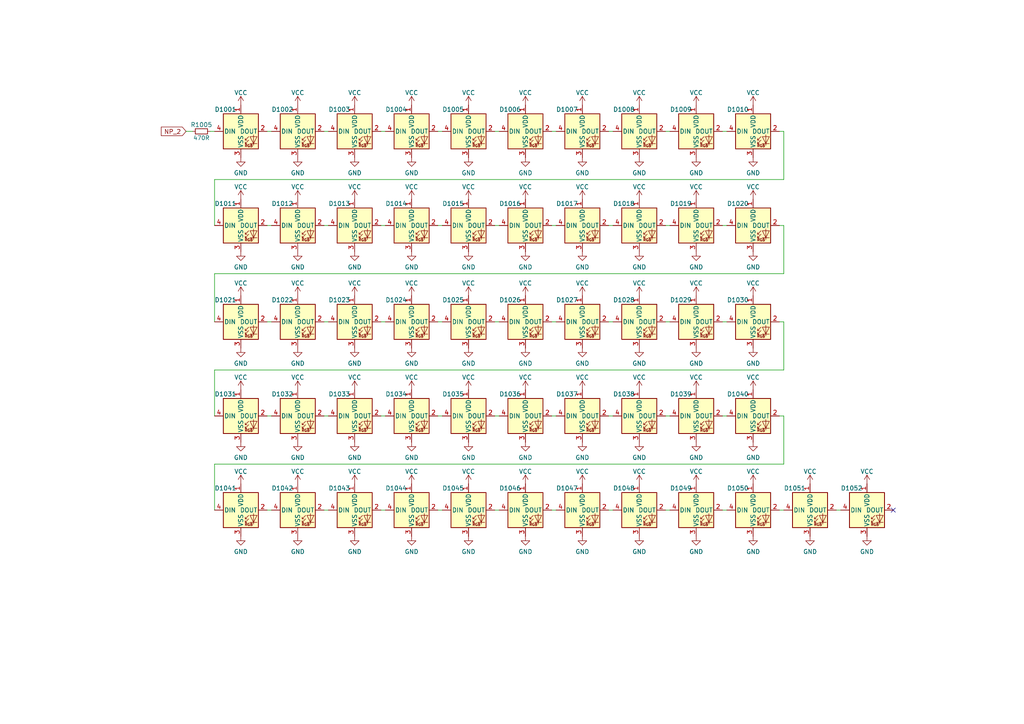
<source format=kicad_sch>
(kicad_sch (version 20211123) (generator eeschema)
  (paper "A4")
  (lib_symbols
    (symbol "Device:R_Small" (pin_numbers hide) (pin_names (offset 0.254) hide)
      (property "Reference" "R" (at 0.762 0.508 0))
      (property "Value" "R_Small" (at 0.762 -1.016 0))
      (symbol "R_Small_0_1"
        (rectangle (start -0.762 1.778) (end 0.762 -1.778) (stroke (width 0.2032)))
      )
      (symbol "R_Small_1_1"
        (pin passive line (at 0 2.54 270) (length 0.762) (name "~") (number "1"))
        (pin passive line (at 0 -2.54 90) (length 0.762) (name "~") (number "2"))
      )
    )
    (symbol "LED:WS2812B" (pin_names (offset 0.254))
      (property "Reference" "D" (at 5.08 5.715 0))
      (property "Value" "WS2812B" (at 1.27 -5.715 0))
      (symbol "WS2812B_0_0"
        (text "RGB" (at 2.286 -4.191 0) (effects (font (size 0.762 0.762))))
      )
      (symbol "WS2812B_0_1"
        (polyline (pts (xy 1.27 -3.556) (xy 1.778 -3.556)))
        (polyline (pts (xy 1.27 -2.54) (xy 1.778 -2.54)))
        (polyline (pts (xy 4.699 -3.556) (xy 2.667 -3.556)))
        (polyline (pts (xy 2.286 -2.54) (xy 1.27 -3.556) (xy 1.27 -3.048)))
        (polyline (pts (xy 2.286 -1.524) (xy 1.27 -2.54) (xy 1.27 -2.032)))
        (polyline (pts (xy 3.683 -1.016) (xy 3.683 -3.556) (xy 3.683 -4.064)))
        (polyline (pts (xy 4.699 -1.524) (xy 2.667 -1.524) (xy 3.683 -3.556) (xy 4.699 -1.524)))
        (rectangle (start 5.08 5.08) (end -5.08 -5.08) (stroke (width 0.254)) (fill (type background)))
      )
      (symbol "WS2812B_1_1"
        (pin power_in line (at 0 7.62 270) (length 2.54) (name "VDD") (number "1"))
        (pin output line (at 7.62 0 180) (length 2.54) (name "DOUT") (number "2"))
        (pin power_in line (at 0 -7.62 90) (length 2.54) (name "VSS") (number "3"))
        (pin input line (at -7.62 0 0) (length 2.54) (name "DIN") (number "4"))
      )
    )
    (symbol "power:GND" (power) (pin_names (offset 0))
      (property "Value" "GND" (at 0 -3.81 0))
      (symbol "GND_0_1"
        (polyline (pts (xy 0 0) (xy 0 -1.27) (xy 1.27 -1.27) (xy 0 -2.54) (xy -1.27 -1.27) (xy 0 -1.27)))
      )
      (symbol "GND_1_1"
        (pin power_in line (at 0 0 270) (length 0) hide (name "GND") (number "1"))
      )
    )
    (symbol "power:VCC" (power) (pin_names (offset 0))
      (property "Value" "VCC" (at 0 3.81 0))
      (symbol "VCC_0_1"
        (polyline (pts (xy -0.762 1.27) (xy 0 2.54)))
        (polyline (pts (xy 0 0) (xy 0 2.54)))
        (polyline (pts (xy 0 2.54) (xy 0.762 1.27)))
      )
      (symbol "VCC_1_1"
        (pin power_in line (at 0 0 90) (length 0) hide (name "VCC") (number "1"))
      )
    )
  )
  (no_connect (at 259.08 147.955))
  (wire (pts (xy 160.02 147.955) (xy 161.29 147.955)))
  (wire (pts (xy 62.23 52.07) (xy 227.33 52.07)))
  (wire (pts (xy 127 93.345) (xy 128.27 93.345)))
  (wire (pts (xy 176.53 65.405) (xy 177.8 65.405)))
  (wire (pts (xy 176.53 147.955) (xy 177.8 147.955)))
  (wire (pts (xy 160.02 93.345) (xy 161.29 93.345)))
  (wire (pts (xy 77.47 38.1) (xy 78.74 38.1)))
  (wire (pts (xy 62.23 65.405) (xy 62.23 52.07)))
  (wire (pts (xy 110.49 38.1) (xy 111.76 38.1)))
  (wire (pts (xy 110.49 120.65) (xy 111.76 120.65)))
  (wire (pts (xy 193.04 120.65) (xy 194.31 120.65)))
  (wire (pts (xy 209.55 65.405) (xy 210.82 65.405)))
  (wire (pts (xy 127 120.65) (xy 128.27 120.65)))
  (wire (pts (xy 227.33 93.345) (xy 227.33 107.315)))
  (wire (pts (xy 77.47 147.955) (xy 78.74 147.955)))
  (wire (pts (xy 176.53 38.1) (xy 177.8 38.1)))
  (wire (pts (xy 110.49 93.345) (xy 111.76 93.345)))
  (wire (pts (xy 227.33 120.65) (xy 227.33 134.62)))
  (wire (pts (xy 193.04 93.345) (xy 194.31 93.345)))
  (wire (pts (xy 62.23 134.62) (xy 227.33 134.62)))
  (wire (pts (xy 93.98 120.65) (xy 95.25 120.65)))
  (wire (pts (xy 62.23 107.315) (xy 227.33 107.315)))
  (wire (pts (xy 62.23 79.375) (xy 227.33 79.375)))
  (wire (pts (xy 160.02 38.1) (xy 161.29 38.1)))
  (wire (pts (xy 209.55 38.1) (xy 210.82 38.1)))
  (wire (pts (xy 93.98 93.345) (xy 95.25 93.345)))
  (wire (pts (xy 143.51 93.345) (xy 144.78 93.345)))
  (wire (pts (xy 62.23 79.375) (xy 62.23 93.345)))
  (wire (pts (xy 176.53 93.345) (xy 177.8 93.345)))
  (wire (pts (xy 93.98 65.405) (xy 95.25 65.405)))
  (wire (pts (xy 226.06 38.1) (xy 227.33 38.1)))
  (wire (pts (xy 227.33 65.405) (xy 227.33 79.375)))
  (wire (pts (xy 160.02 65.405) (xy 161.29 65.405)))
  (wire (pts (xy 62.23 134.62) (xy 62.23 147.955)))
  (wire (pts (xy 226.06 120.65) (xy 227.33 120.65)))
  (wire (pts (xy 193.04 65.405) (xy 194.31 65.405)))
  (wire (pts (xy 127 38.1) (xy 128.27 38.1)))
  (wire (pts (xy 226.06 93.345) (xy 227.33 93.345)))
  (wire (pts (xy 93.98 38.1) (xy 95.25 38.1)))
  (wire (pts (xy 193.04 38.1) (xy 194.31 38.1)))
  (wire (pts (xy 62.23 107.315) (xy 62.23 120.65)))
  (wire (pts (xy 160.02 120.65) (xy 161.29 120.65)))
  (wire (pts (xy 110.49 147.955) (xy 111.76 147.955)))
  (wire (pts (xy 227.33 38.1) (xy 227.33 52.07)))
  (wire (pts (xy 93.98 147.955) (xy 95.25 147.955)))
  (wire (pts (xy 226.06 65.405) (xy 227.33 65.405)))
  (wire (pts (xy 209.55 93.345) (xy 210.82 93.345)))
  (wire (pts (xy 193.04 147.955) (xy 194.31 147.955)))
  (wire (pts (xy 209.55 120.65) (xy 210.82 120.65)))
  (wire (pts (xy 143.51 38.1) (xy 144.78 38.1)))
  (wire (pts (xy 127 65.405) (xy 128.27 65.405)))
  (wire (pts (xy 60.96 38.1) (xy 62.23 38.1)))
  (wire (pts (xy 77.47 93.345) (xy 78.74 93.345)))
  (wire (pts (xy 143.51 120.65) (xy 144.78 120.65)))
  (wire (pts (xy 110.49 65.405) (xy 111.76 65.405)))
  (wire (pts (xy 53.975 38.1) (xy 55.88 38.1)))
  (wire (pts (xy 77.47 120.65) (xy 78.74 120.65)))
  (wire (pts (xy 143.51 147.955) (xy 144.78 147.955)))
  (wire (pts (xy 226.06 147.955) (xy 227.33 147.955)))
  (wire (pts (xy 77.47 65.405) (xy 78.74 65.405)))
  (wire (pts (xy 127 147.955) (xy 128.27 147.955)))
  (wire (pts (xy 143.51 65.405) (xy 144.78 65.405)))
  (wire (pts (xy 209.55 147.955) (xy 210.82 147.955)))
  (wire (pts (xy 242.57 147.955) (xy 243.84 147.955)))
  (wire (pts (xy 176.53 120.65) (xy 177.8 120.65)))
  (global_label "NP_2" (shape input) (at 53.975 38.1 180) (property "Intersheet References" "${INTERSHEET_REFS}" (effects hide)))
  (symbol (lib_id "power:GND") (at 234.95 155.575 0) (unit 1)
    (property "Reference" "#PWR01103" (effects hide))
    (property "Value" "GND" (at 234.95 160.0184 0))
  )
  (symbol (lib_id "LED:WS2812B") (at 218.44 65.405 0) (unit 1)
    (property "Reference" "D1020" (at 213.995 59.055 0))
    (property "Value" "WS2812B" (effects hide))
    (property "Footprint" "Footprints:LED_WS2812B_edited" (effects hide))
    (property "Datasheet" "https://cdn-shop.adafruit.com/datasheets/WS2812B.pdf" (effects hide))
    (property "Ostalo" "forma" (effects hide))
    (property "U labosu?" "ne" (effects hide))
    (property "JLCPCB Part #" "-" (effects hide))
  )
  (symbol (lib_id "power:VCC") (at 152.4 30.48 0) (unit 1)
    (property "Reference" "#PWR01006" (effects hide))
    (property "Value" "VCC" (at 152.4 26.9042 0))
  )
  (symbol (lib_id "LED:WS2812B") (at 218.44 93.345 0) (unit 1)
    (property "Reference" "D1030" (at 213.995 86.995 0))
    (property "Value" "WS2812B" (effects hide))
    (property "Footprint" "Footprints:LED_WS2812B_edited" (effects hide))
    (property "Datasheet" "https://cdn-shop.adafruit.com/datasheets/WS2812B.pdf" (effects hide))
    (property "Ostalo" "forma" (effects hide))
    (property "U labosu?" "ne" (effects hide))
    (property "JLCPCB Part #" "-" (effects hide))
  )
  (symbol (lib_id "power:VCC") (at 119.38 140.335 0) (unit 1)
    (property "Reference" "#PWR01084" (effects hide))
    (property "Value" "VCC" (at 119.38 136.7592 0))
  )
  (symbol (lib_id "LED:WS2812B") (at 152.4 93.345 0) (unit 1)
    (property "Reference" "D1026" (at 147.955 86.995 0))
    (property "Value" "WS2812B" (effects hide))
    (property "Footprint" "Footprints:LED_WS2812B_edited" (effects hide))
    (property "Datasheet" "https://cdn-shop.adafruit.com/datasheets/WS2812B.pdf" (effects hide))
    (property "Ostalo" "forma" (effects hide))
    (property "U labosu?" "ne" (effects hide))
    (property "JLCPCB Part #" "-" (effects hide))
  )
  (symbol (lib_id "power:GND") (at 185.42 155.575 0) (unit 1)
    (property "Reference" "#PWR01100" (effects hide))
    (property "Value" "GND" (at 185.42 160.0184 0))
  )
  (symbol (lib_id "power:VCC") (at 102.87 30.48 0) (unit 1)
    (property "Reference" "#PWR01003" (effects hide))
    (property "Value" "VCC" (at 102.87 26.9042 0))
  )
  (symbol (lib_id "power:VCC") (at 135.89 57.785 0) (unit 1)
    (property "Reference" "#PWR01025" (effects hide))
    (property "Value" "VCC" (at 135.89 54.2092 0))
  )
  (symbol (lib_id "power:VCC") (at 135.89 113.03 0) (unit 1)
    (property "Reference" "#PWR01065" (effects hide))
    (property "Value" "VCC" (at 135.89 109.4542 0))
  )
  (symbol (lib_id "power:GND") (at 152.4 45.72 0) (unit 1)
    (property "Reference" "#PWR01016" (effects hide))
    (property "Value" "GND" (at 152.4 50.1634 0))
  )
  (symbol (lib_id "LED:WS2812B") (at 135.89 120.65 0) (unit 1)
    (property "Reference" "D1035" (at 131.445 114.3 0))
    (property "Value" "WS2812B" (effects hide))
    (property "Footprint" "Footprints:LED_WS2812B_edited" (effects hide))
    (property "Datasheet" "https://cdn-shop.adafruit.com/datasheets/WS2812B.pdf" (effects hide))
    (property "Ostalo" "forma" (effects hide))
    (property "U labosu?" "ne" (effects hide))
    (property "JLCPCB Part #" "-" (effects hide))
  )
  (symbol (lib_id "power:GND") (at 69.85 155.575 0) (unit 1)
    (property "Reference" "#PWR01093" (effects hide))
    (property "Value" "GND" (at 69.85 160.0184 0))
  )
  (symbol (lib_id "LED:WS2812B") (at 185.42 65.405 0) (unit 1)
    (property "Reference" "D1018" (at 180.975 59.055 0))
    (property "Value" "WS2812B" (effects hide))
    (property "Footprint" "Footprints:LED_WS2812B_edited" (effects hide))
    (property "Datasheet" "https://cdn-shop.adafruit.com/datasheets/WS2812B.pdf" (effects hide))
    (property "Ostalo" "forma" (effects hide))
    (property "U labosu?" "ne" (effects hide))
    (property "JLCPCB Part #" "-" (effects hide))
  )
  (symbol (lib_id "power:GND") (at 168.91 73.025 0) (unit 1)
    (property "Reference" "#PWR01037" (effects hide))
    (property "Value" "GND" (at 168.91 77.4684 0))
  )
  (symbol (lib_id "LED:WS2812B") (at 185.42 38.1 0) (unit 1)
    (property "Reference" "D1008" (at 180.975 31.75 0))
    (property "Value" "WS2812B" (effects hide))
    (property "Footprint" "Footprints:LED_WS2812B_edited" (effects hide))
    (property "Datasheet" "https://cdn-shop.adafruit.com/datasheets/WS2812B.pdf" (effects hide))
    (property "Ostalo" "forma" (effects hide))
    (property "U labosu?" "ne" (effects hide))
    (property "JLCPCB Part #" "-" (effects hide))
  )
  (symbol (lib_id "LED:WS2812B") (at 119.38 65.405 0) (unit 1)
    (property "Reference" "D1014" (at 114.935 59.055 0))
    (property "Value" "WS2812B" (effects hide))
    (property "Footprint" "Footprints:LED_WS2812B_edited" (effects hide))
    (property "Datasheet" "https://cdn-shop.adafruit.com/datasheets/WS2812B.pdf" (effects hide))
    (property "Ostalo" "forma" (effects hide))
    (property "U labosu?" "ne" (effects hide))
    (property "JLCPCB Part #" "-" (effects hide))
  )
  (symbol (lib_id "power:VCC") (at 201.93 57.785 0) (unit 1)
    (property "Reference" "#PWR01029" (effects hide))
    (property "Value" "VCC" (at 201.93 54.2092 0))
  )
  (symbol (lib_id "LED:WS2812B") (at 201.93 147.955 0) (unit 1)
    (property "Reference" "D1049" (at 197.485 141.605 0))
    (property "Value" "WS2812B" (effects hide))
    (property "Footprint" "Footprints:LED_WS2812B_edited" (effects hide))
    (property "Datasheet" "https://cdn-shop.adafruit.com/datasheets/WS2812B.pdf" (effects hide))
    (property "Ostalo" "forma" (effects hide))
    (property "U labosu?" "ne" (effects hide))
    (property "JLCPCB Part #" "-" (effects hide))
  )
  (symbol (lib_id "LED:WS2812B") (at 119.38 38.1 0) (unit 1)
    (property "Reference" "D1004" (at 114.935 31.75 0))
    (property "Value" "WS2812B" (effects hide))
    (property "Footprint" "Footprints:LED_WS2812B_edited" (effects hide))
    (property "Datasheet" "https://cdn-shop.adafruit.com/datasheets/WS2812B.pdf" (effects hide))
    (property "Ostalo" "forma" (effects hide))
    (property "U labosu?" "ne" (effects hide))
    (property "JLCPCB Part #" "-" (effects hide))
  )
  (symbol (lib_id "power:VCC") (at 86.36 57.785 0) (unit 1)
    (property "Reference" "#PWR01022" (effects hide))
    (property "Value" "VCC" (at 86.36 54.2092 0))
  )
  (symbol (lib_id "LED:WS2812B") (at 86.36 38.1 0) (unit 1)
    (property "Reference" "D1002" (at 81.915 31.75 0))
    (property "Value" "WS2812B" (effects hide))
    (property "Footprint" "Footprints:LED_WS2812B_edited" (effects hide))
    (property "Datasheet" "https://cdn-shop.adafruit.com/datasheets/WS2812B.pdf" (effects hide))
    (property "Ostalo" "forma" (effects hide))
    (property "U labosu?" "ne" (effects hide))
    (property "JLCPCB Part #" "-" (effects hide))
  )
  (symbol (lib_id "power:GND") (at 218.44 73.025 0) (unit 1)
    (property "Reference" "#PWR01040" (effects hide))
    (property "Value" "GND" (at 218.44 77.4684 0))
  )
  (symbol (lib_id "power:VCC") (at 69.85 30.48 0) (unit 1)
    (property "Reference" "#PWR01001" (effects hide))
    (property "Value" "VCC" (at 69.85 26.9042 0))
  )
  (symbol (lib_id "power:GND") (at 168.91 100.965 0) (unit 1)
    (property "Reference" "#PWR01057" (effects hide))
    (property "Value" "GND" (at 168.91 105.4084 0))
  )
  (symbol (lib_id "LED:WS2812B") (at 185.42 147.955 0) (unit 1)
    (property "Reference" "D1048" (at 180.975 141.605 0))
    (property "Value" "WS2812B" (effects hide))
    (property "Footprint" "Footprints:LED_WS2812B_edited" (effects hide))
    (property "Datasheet" "https://cdn-shop.adafruit.com/datasheets/WS2812B.pdf" (effects hide))
    (property "Ostalo" "forma" (effects hide))
    (property "U labosu?" "ne" (effects hide))
    (property "JLCPCB Part #" "-" (effects hide))
  )
  (symbol (lib_id "power:GND") (at 185.42 73.025 0) (unit 1)
    (property "Reference" "#PWR01038" (effects hide))
    (property "Value" "GND" (at 185.42 77.4684 0))
  )
  (symbol (lib_id "power:VCC") (at 168.91 140.335 0) (unit 1)
    (property "Reference" "#PWR01087" (effects hide))
    (property "Value" "VCC" (at 168.91 136.7592 0))
  )
  (symbol (lib_id "power:GND") (at 152.4 100.965 0) (unit 1)
    (property "Reference" "#PWR01056" (effects hide))
    (property "Value" "GND" (at 152.4 105.4084 0))
  )
  (symbol (lib_id "power:GND") (at 152.4 128.27 0) (unit 1)
    (property "Reference" "#PWR01076" (effects hide))
    (property "Value" "GND" (at 152.4 132.7134 0))
  )
  (symbol (lib_id "LED:WS2812B") (at 119.38 93.345 0) (unit 1)
    (property "Reference" "D1024" (at 114.935 86.995 0))
    (property "Value" "WS2812B" (effects hide))
    (property "Footprint" "Footprints:LED_WS2812B_edited" (effects hide))
    (property "Datasheet" "https://cdn-shop.adafruit.com/datasheets/WS2812B.pdf" (effects hide))
    (property "Ostalo" "forma" (effects hide))
    (property "U labosu?" "ne" (effects hide))
    (property "JLCPCB Part #" "-" (effects hide))
  )
  (symbol (lib_id "power:VCC") (at 102.87 85.725 0) (unit 1)
    (property "Reference" "#PWR01043" (effects hide))
    (property "Value" "VCC" (at 102.87 82.1492 0))
  )
  (symbol (lib_id "LED:WS2812B") (at 185.42 120.65 0) (unit 1)
    (property "Reference" "D1038" (at 180.975 114.3 0))
    (property "Value" "WS2812B" (effects hide))
    (property "Footprint" "Footprints:LED_WS2812B_edited" (effects hide))
    (property "Datasheet" "https://cdn-shop.adafruit.com/datasheets/WS2812B.pdf" (effects hide))
    (property "Ostalo" "forma" (effects hide))
    (property "U labosu?" "ne" (effects hide))
    (property "JLCPCB Part #" "-" (effects hide))
  )
  (symbol (lib_id "LED:WS2812B") (at 86.36 120.65 0) (unit 1)
    (property "Reference" "D1032" (at 81.915 114.3 0))
    (property "Value" "WS2812B" (effects hide))
    (property "Footprint" "Footprints:LED_WS2812B_edited" (effects hide))
    (property "Datasheet" "https://cdn-shop.adafruit.com/datasheets/WS2812B.pdf" (effects hide))
    (property "Ostalo" "forma" (effects hide))
    (property "U labosu?" "ne" (effects hide))
    (property "JLCPCB Part #" "-" (effects hide))
  )
  (symbol (lib_id "LED:WS2812B") (at 86.36 65.405 0) (unit 1)
    (property "Reference" "D1012" (at 81.915 59.055 0))
    (property "Value" "WS2812B" (effects hide))
    (property "Footprint" "Footprints:LED_WS2812B_edited" (effects hide))
    (property "Datasheet" "https://cdn-shop.adafruit.com/datasheets/WS2812B.pdf" (effects hide))
    (property "Ostalo" "forma" (effects hide))
    (property "U labosu?" "ne" (effects hide))
    (property "JLCPCB Part #" "-" (effects hide))
  )
  (symbol (lib_id "power:VCC") (at 251.46 140.335 0) (unit 1)
    (property "Reference" "#PWR01092" (effects hide))
    (property "Value" "VCC" (at 251.46 136.7592 0))
  )
  (symbol (lib_id "power:GND") (at 185.42 128.27 0) (unit 1)
    (property "Reference" "#PWR01078" (effects hide))
    (property "Value" "GND" (at 185.42 132.7134 0))
  )
  (symbol (lib_id "power:VCC") (at 152.4 140.335 0) (unit 1)
    (property "Reference" "#PWR01086" (effects hide))
    (property "Value" "VCC" (at 152.4 136.7592 0))
  )
  (symbol (lib_id "power:VCC") (at 69.85 85.725 0) (unit 1)
    (property "Reference" "#PWR01041" (effects hide))
    (property "Value" "VCC" (at 69.85 82.1492 0))
  )
  (symbol (lib_id "LED:WS2812B") (at 152.4 147.955 0) (unit 1)
    (property "Reference" "D1046" (at 147.955 141.605 0))
    (property "Value" "WS2812B" (effects hide))
    (property "Footprint" "Footprints:LED_WS2812B_edited" (effects hide))
    (property "Datasheet" "https://cdn-shop.adafruit.com/datasheets/WS2812B.pdf" (effects hide))
    (property "Ostalo" "forma" (effects hide))
    (property "U labosu?" "ne" (effects hide))
    (property "JLCPCB Part #" "-" (effects hide))
  )
  (symbol (lib_id "LED:WS2812B") (at 135.89 147.955 0) (unit 1)
    (property "Reference" "D1045" (at 131.445 141.605 0))
    (property "Value" "WS2812B" (effects hide))
    (property "Footprint" "Footprints:LED_WS2812B_edited" (effects hide))
    (property "Datasheet" "https://cdn-shop.adafruit.com/datasheets/WS2812B.pdf" (effects hide))
    (property "Ostalo" "forma" (effects hide))
    (property "U labosu?" "ne" (effects hide))
    (property "JLCPCB Part #" "-" (effects hide))
  )
  (symbol (lib_id "LED:WS2812B") (at 234.95 147.955 0) (unit 1)
    (property "Reference" "D1051" (at 230.505 141.605 0))
    (property "Value" "WS2812B" (effects hide))
    (property "Footprint" "Footprints:LED_WS2812B_edited" (effects hide))
    (property "Datasheet" "https://cdn-shop.adafruit.com/datasheets/WS2812B.pdf" (effects hide))
    (property "Ostalo" "forma" (effects hide))
    (property "U labosu?" "ne" (effects hide))
    (property "JLCPCB Part #" "-" (effects hide))
  )
  (symbol (lib_id "power:VCC") (at 86.36 85.725 0) (unit 1)
    (property "Reference" "#PWR01042" (effects hide))
    (property "Value" "VCC" (at 86.36 82.1492 0))
  )
  (symbol (lib_id "power:GND") (at 119.38 45.72 0) (unit 1)
    (property "Reference" "#PWR01014" (effects hide))
    (property "Value" "GND" (at 119.38 50.1634 0))
  )
  (symbol (lib_id "LED:WS2812B") (at 102.87 120.65 0) (unit 1)
    (property "Reference" "D1033" (at 98.425 114.3 0))
    (property "Value" "WS2812B" (effects hide))
    (property "Footprint" "Footprints:LED_WS2812B_edited" (effects hide))
    (property "Datasheet" "https://cdn-shop.adafruit.com/datasheets/WS2812B.pdf" (effects hide))
    (property "Ostalo" "forma" (effects hide))
    (property "U labosu?" "ne" (effects hide))
    (property "JLCPCB Part #" "-" (effects hide))
  )
  (symbol (lib_id "power:GND") (at 69.85 100.965 0) (unit 1)
    (property "Reference" "#PWR01051" (effects hide))
    (property "Value" "GND" (at 69.85 105.4084 0))
  )
  (symbol (lib_id "LED:WS2812B") (at 251.46 147.955 0) (unit 1)
    (property "Reference" "D1052" (at 247.015 141.605 0))
    (property "Value" "WS2812B" (effects hide))
    (property "Footprint" "Footprints:LED_WS2812B_edited" (effects hide))
    (property "Datasheet" "https://cdn-shop.adafruit.com/datasheets/WS2812B.pdf" (effects hide))
    (property "Ostalo" "forma" (effects hide))
    (property "U labosu?" "ne" (effects hide))
    (property "JLCPCB Part #" "-" (effects hide))
  )
  (symbol (lib_id "power:GND") (at 86.36 155.575 0) (unit 1)
    (property "Reference" "#PWR01094" (effects hide))
    (property "Value" "GND" (at 86.36 160.0184 0))
  )
  (symbol (lib_id "power:GND") (at 86.36 45.72 0) (unit 1)
    (property "Reference" "#PWR01012" (effects hide))
    (property "Value" "GND" (at 86.36 50.1634 0))
  )
  (symbol (lib_id "LED:WS2812B") (at 201.93 120.65 0) (unit 1)
    (property "Reference" "D1039" (at 197.485 114.3 0))
    (property "Value" "WS2812B" (effects hide))
    (property "Footprint" "Footprints:LED_WS2812B_edited" (effects hide))
    (property "Datasheet" "https://cdn-shop.adafruit.com/datasheets/WS2812B.pdf" (effects hide))
    (property "Ostalo" "forma" (effects hide))
    (property "U labosu?" "ne" (effects hide))
    (property "JLCPCB Part #" "-" (effects hide))
  )
  (symbol (lib_id "power:GND") (at 218.44 155.575 0) (unit 1)
    (property "Reference" "#PWR01102" (effects hide))
    (property "Value" "GND" (at 218.44 160.0184 0))
  )
  (symbol (lib_id "LED:WS2812B") (at 201.93 65.405 0) (unit 1)
    (property "Reference" "D1019" (at 197.485 59.055 0))
    (property "Value" "WS2812B" (effects hide))
    (property "Footprint" "Footprints:LED_WS2812B_edited" (effects hide))
    (property "Datasheet" "https://cdn-shop.adafruit.com/datasheets/WS2812B.pdf" (effects hide))
    (property "Ostalo" "forma" (effects hide))
    (property "U labosu?" "ne" (effects hide))
    (property "JLCPCB Part #" "-" (effects hide))
  )
  (symbol (lib_id "power:GND") (at 218.44 100.965 0) (unit 1)
    (property "Reference" "#PWR01060" (effects hide))
    (property "Value" "GND" (at 218.44 105.4084 0))
  )
  (symbol (lib_id "power:GND") (at 119.38 100.965 0) (unit 1)
    (property "Reference" "#PWR01054" (effects hide))
    (property "Value" "GND" (at 119.38 105.4084 0))
  )
  (symbol (lib_id "power:GND") (at 135.89 73.025 0) (unit 1)
    (property "Reference" "#PWR01035" (effects hide))
    (property "Value" "GND" (at 135.89 77.4684 0))
  )
  (symbol (lib_id "power:GND") (at 119.38 73.025 0) (unit 1)
    (property "Reference" "#PWR01034" (effects hide))
    (property "Value" "GND" (at 119.38 77.4684 0))
  )
  (symbol (lib_id "power:VCC") (at 168.91 85.725 0) (unit 1)
    (property "Reference" "#PWR01047" (effects hide))
    (property "Value" "VCC" (at 168.91 82.1492 0))
  )
  (symbol (lib_id "power:GND") (at 185.42 100.965 0) (unit 1)
    (property "Reference" "#PWR01058" (effects hide))
    (property "Value" "GND" (at 185.42 105.4084 0))
  )
  (symbol (lib_id "power:GND") (at 135.89 100.965 0) (unit 1)
    (property "Reference" "#PWR01055" (effects hide))
    (property "Value" "GND" (at 135.89 105.4084 0))
  )
  (symbol (lib_id "power:GND") (at 218.44 45.72 0) (unit 1)
    (property "Reference" "#PWR01020" (effects hide))
    (property "Value" "GND" (at 218.44 50.1634 0))
  )
  (symbol (lib_id "LED:WS2812B") (at 218.44 120.65 0) (unit 1)
    (property "Reference" "D1040" (at 213.995 114.3 0))
    (property "Value" "WS2812B" (effects hide))
    (property "Footprint" "Footprints:LED_WS2812B_edited" (effects hide))
    (property "Datasheet" "https://cdn-shop.adafruit.com/datasheets/WS2812B.pdf" (effects hide))
    (property "Ostalo" "forma" (effects hide))
    (property "U labosu?" "ne" (effects hide))
    (property "JLCPCB Part #" "-" (effects hide))
  )
  (symbol (lib_id "power:VCC") (at 218.44 85.725 0) (unit 1)
    (property "Reference" "#PWR01050" (effects hide))
    (property "Value" "VCC" (at 218.44 82.1492 0))
  )
  (symbol (lib_id "power:GND") (at 86.36 100.965 0) (unit 1)
    (property "Reference" "#PWR01052" (effects hide))
    (property "Value" "GND" (at 86.36 105.4084 0))
  )
  (symbol (lib_id "LED:WS2812B") (at 102.87 147.955 0) (unit 1)
    (property "Reference" "D1043" (at 98.425 141.605 0))
    (property "Value" "WS2812B" (effects hide))
    (property "Footprint" "Footprints:LED_WS2812B_edited" (effects hide))
    (property "Datasheet" "https://cdn-shop.adafruit.com/datasheets/WS2812B.pdf" (effects hide))
    (property "Ostalo" "forma" (effects hide))
    (property "U labosu?" "ne" (effects hide))
    (property "JLCPCB Part #" "-" (effects hide))
  )
  (symbol (lib_id "LED:WS2812B") (at 201.93 38.1 0) (unit 1)
    (property "Reference" "D1009" (at 197.485 31.75 0))
    (property "Value" "WS2812B" (effects hide))
    (property "Footprint" "Footprints:LED_WS2812B_edited" (effects hide))
    (property "Datasheet" "https://cdn-shop.adafruit.com/datasheets/WS2812B.pdf" (effects hide))
    (property "Ostalo" "forma" (effects hide))
    (property "U labosu?" "ne" (effects hide))
    (property "JLCPCB Part #" "-" (effects hide))
  )
  (symbol (lib_id "power:GND") (at 251.46 155.575 0) (unit 1)
    (property "Reference" "#PWR01104" (effects hide))
    (property "Value" "GND" (at 251.46 160.0184 0))
  )
  (symbol (lib_id "LED:WS2812B") (at 201.93 93.345 0) (unit 1)
    (property "Reference" "D1029" (at 197.485 86.995 0))
    (property "Value" "WS2812B" (effects hide))
    (property "Footprint" "Footprints:LED_WS2812B_edited" (effects hide))
    (property "Datasheet" "https://cdn-shop.adafruit.com/datasheets/WS2812B.pdf" (effects hide))
    (property "Ostalo" "forma" (effects hide))
    (property "U labosu?" "ne" (effects hide))
    (property "JLCPCB Part #" "-" (effects hide))
  )
  (symbol (lib_id "power:VCC") (at 135.89 85.725 0) (unit 1)
    (property "Reference" "#PWR01045" (effects hide))
    (property "Value" "VCC" (at 135.89 82.1492 0))
  )
  (symbol (lib_id "power:VCC") (at 185.42 57.785 0) (unit 1)
    (property "Reference" "#PWR01028" (effects hide))
    (property "Value" "VCC" (at 185.42 54.2092 0))
  )
  (symbol (lib_id "power:GND") (at 119.38 128.27 0) (unit 1)
    (property "Reference" "#PWR01074" (effects hide))
    (property "Value" "GND" (at 119.38 132.7134 0))
  )
  (symbol (lib_id "LED:WS2812B") (at 69.85 93.345 0) (unit 1)
    (property "Reference" "D1021" (at 65.405 86.995 0))
    (property "Value" "WS2812B" (effects hide))
    (property "Footprint" "Footprints:LED_WS2812B_edited" (effects hide))
    (property "Datasheet" "https://cdn-shop.adafruit.com/datasheets/WS2812B.pdf" (effects hide))
    (property "Ostalo" "forma" (effects hide))
    (property "U labosu?" "ne" (effects hide))
    (property "JLCPCB Part #" "-" (effects hide))
  )
  (symbol (lib_id "power:GND") (at 102.87 45.72 0) (unit 1)
    (property "Reference" "#PWR01013" (effects hide))
    (property "Value" "GND" (at 102.87 50.1634 0))
  )
  (symbol (lib_id "power:GND") (at 201.93 155.575 0) (unit 1)
    (property "Reference" "#PWR01101" (effects hide))
    (property "Value" "GND" (at 201.93 160.0184 0))
  )
  (symbol (lib_id "Device:R_Small") (at 58.42 38.1 90) (unit 1)
    (property "Reference" "R1005" (at 58.42 36.195 90))
    (property "Value" "470R" (at 58.42 40.005 90) (effects (font (size 1.2 1.2))))
    (property "Footprint" "Resistor_SMD:R_0603_1608Metric" (effects hide))
    (property "U labosu?" "da" (effects hide))
  )
  (symbol (lib_id "power:VCC") (at 218.44 140.335 0) (unit 1)
    (property "Reference" "#PWR01090" (effects hide))
    (property "Value" "VCC" (at 218.44 136.7592 0))
  )
  (symbol (lib_id "power:VCC") (at 201.93 30.48 0) (unit 1)
    (property "Reference" "#PWR01009" (effects hide))
    (property "Value" "VCC" (at 201.93 26.9042 0))
  )
  (symbol (lib_id "power:GND") (at 201.93 128.27 0) (unit 1)
    (property "Reference" "#PWR01079" (effects hide))
    (property "Value" "GND" (at 201.93 132.7134 0))
  )
  (symbol (lib_id "power:VCC") (at 102.87 140.335 0) (unit 1)
    (property "Reference" "#PWR01083" (effects hide))
    (property "Value" "VCC" (at 102.87 136.7592 0))
  )
  (symbol (lib_id "LED:WS2812B") (at 152.4 65.405 0) (unit 1)
    (property "Reference" "D1016" (at 147.955 59.055 0))
    (property "Value" "WS2812B" (effects hide))
    (property "Footprint" "Footprints:LED_WS2812B_edited" (effects hide))
    (property "Datasheet" "https://cdn-shop.adafruit.com/datasheets/WS2812B.pdf" (effects hide))
    (property "Ostalo" "forma" (effects hide))
    (property "U labosu?" "ne" (effects hide))
    (property "JLCPCB Part #" "-" (effects hide))
  )
  (symbol (lib_id "power:GND") (at 201.93 100.965 0) (unit 1)
    (property "Reference" "#PWR01059" (effects hide))
    (property "Value" "GND" (at 201.93 105.4084 0))
  )
  (symbol (lib_id "power:GND") (at 135.89 45.72 0) (unit 1)
    (property "Reference" "#PWR01015" (effects hide))
    (property "Value" "GND" (at 135.89 50.1634 0))
  )
  (symbol (lib_id "power:GND") (at 86.36 73.025 0) (unit 1)
    (property "Reference" "#PWR01032" (effects hide))
    (property "Value" "GND" (at 86.36 77.4684 0))
  )
  (symbol (lib_id "power:GND") (at 152.4 155.575 0) (unit 1)
    (property "Reference" "#PWR01098" (effects hide))
    (property "Value" "GND" (at 152.4 160.0184 0))
  )
  (symbol (lib_id "LED:WS2812B") (at 135.89 38.1 0) (unit 1)
    (property "Reference" "D1005" (at 131.445 31.75 0))
    (property "Value" "WS2812B" (effects hide))
    (property "Footprint" "Footprints:LED_WS2812B_edited" (effects hide))
    (property "Datasheet" "https://cdn-shop.adafruit.com/datasheets/WS2812B.pdf" (effects hide))
    (property "Ostalo" "forma" (effects hide))
    (property "U labosu?" "ne" (effects hide))
    (property "JLCPCB Part #" "-" (effects hide))
  )
  (symbol (lib_id "power:GND") (at 185.42 45.72 0) (unit 1)
    (property "Reference" "#PWR01018" (effects hide))
    (property "Value" "GND" (at 185.42 50.1634 0))
  )
  (symbol (lib_id "power:VCC") (at 152.4 113.03 0) (unit 1)
    (property "Reference" "#PWR01066" (effects hide))
    (property "Value" "VCC" (at 152.4 109.4542 0))
  )
  (symbol (lib_id "power:VCC") (at 185.42 113.03 0) (unit 1)
    (property "Reference" "#PWR01068" (effects hide))
    (property "Value" "VCC" (at 185.42 109.4542 0))
  )
  (symbol (lib_id "power:VCC") (at 185.42 30.48 0) (unit 1)
    (property "Reference" "#PWR01008" (effects hide))
    (property "Value" "VCC" (at 185.42 26.9042 0))
  )
  (symbol (lib_id "power:VCC") (at 185.42 85.725 0) (unit 1)
    (property "Reference" "#PWR01048" (effects hide))
    (property "Value" "VCC" (at 185.42 82.1492 0))
  )
  (symbol (lib_id "LED:WS2812B") (at 119.38 147.955 0) (unit 1)
    (property "Reference" "D1044" (at 114.935 141.605 0))
    (property "Value" "WS2812B" (effects hide))
    (property "Footprint" "Footprints:LED_WS2812B_edited" (effects hide))
    (property "Datasheet" "https://cdn-shop.adafruit.com/datasheets/WS2812B.pdf" (effects hide))
    (property "Ostalo" "forma" (effects hide))
    (property "U labosu?" "ne" (effects hide))
    (property "JLCPCB Part #" "-" (effects hide))
  )
  (symbol (lib_id "LED:WS2812B") (at 69.85 147.955 0) (unit 1)
    (property "Reference" "D1041" (at 65.405 141.605 0))
    (property "Value" "WS2812B" (effects hide))
    (property "Footprint" "Footprints:LED_WS2812B_edited" (effects hide))
    (property "Datasheet" "https://cdn-shop.adafruit.com/datasheets/WS2812B.pdf" (effects hide))
    (property "Ostalo" "forma" (effects hide))
    (property "U labosu?" "ne" (effects hide))
    (property "JLCPCB Part #" "-" (effects hide))
  )
  (symbol (lib_id "LED:WS2812B") (at 168.91 65.405 0) (unit 1)
    (property "Reference" "D1017" (at 164.465 59.055 0))
    (property "Value" "WS2812B" (effects hide))
    (property "Footprint" "Footprints:LED_WS2812B_edited" (effects hide))
    (property "Datasheet" "https://cdn-shop.adafruit.com/datasheets/WS2812B.pdf" (effects hide))
    (property "Ostalo" "forma" (effects hide))
    (property "U labosu?" "ne" (effects hide))
    (property "JLCPCB Part #" "-" (effects hide))
  )
  (symbol (lib_id "LED:WS2812B") (at 135.89 93.345 0) (unit 1)
    (property "Reference" "D1025" (at 131.445 86.995 0))
    (property "Value" "WS2812B" (effects hide))
    (property "Footprint" "Footprints:LED_WS2812B_edited" (effects hide))
    (property "Datasheet" "https://cdn-shop.adafruit.com/datasheets/WS2812B.pdf" (effects hide))
    (property "Ostalo" "forma" (effects hide))
    (property "U labosu?" "ne" (effects hide))
    (property "JLCPCB Part #" "-" (effects hide))
  )
  (symbol (lib_id "LED:WS2812B") (at 135.89 65.405 0) (unit 1)
    (property "Reference" "D1015" (at 131.445 59.055 0))
    (property "Value" "WS2812B" (effects hide))
    (property "Footprint" "Footprints:LED_WS2812B_edited" (effects hide))
    (property "Datasheet" "https://cdn-shop.adafruit.com/datasheets/WS2812B.pdf" (effects hide))
    (property "Ostalo" "forma" (effects hide))
    (property "U labosu?" "ne" (effects hide))
    (property "JLCPCB Part #" "-" (effects hide))
  )
  (symbol (lib_id "power:VCC") (at 86.36 30.48 0) (unit 1)
    (property "Reference" "#PWR01002" (effects hide))
    (property "Value" "VCC" (at 86.36 26.9042 0))
  )
  (symbol (lib_id "LED:WS2812B") (at 168.91 120.65 0) (unit 1)
    (property "Reference" "D1037" (at 164.465 114.3 0))
    (property "Value" "WS2812B" (effects hide))
    (property "Footprint" "Footprints:LED_WS2812B_edited" (effects hide))
    (property "Datasheet" "https://cdn-shop.adafruit.com/datasheets/WS2812B.pdf" (effects hide))
    (property "Ostalo" "forma" (effects hide))
    (property "U labosu?" "ne" (effects hide))
    (property "JLCPCB Part #" "-" (effects hide))
  )
  (symbol (lib_id "power:GND") (at 69.85 128.27 0) (unit 1)
    (property "Reference" "#PWR01071" (effects hide))
    (property "Value" "GND" (at 69.85 132.7134 0))
  )
  (symbol (lib_id "power:VCC") (at 218.44 113.03 0) (unit 1)
    (property "Reference" "#PWR01070" (effects hide))
    (property "Value" "VCC" (at 218.44 109.4542 0))
  )
  (symbol (lib_id "power:VCC") (at 102.87 57.785 0) (unit 1)
    (property "Reference" "#PWR01023" (effects hide))
    (property "Value" "VCC" (at 102.87 54.2092 0))
  )
  (symbol (lib_id "LED:WS2812B") (at 69.85 38.1 0) (unit 1)
    (property "Reference" "D1001" (at 65.405 31.75 0))
    (property "Value" "WS2812B" (effects hide))
    (property "Footprint" "Footprints:LED_WS2812B_edited" (effects hide))
    (property "Datasheet" "https://cdn-shop.adafruit.com/datasheets/WS2812B.pdf" (effects hide))
    (property "Ostalo" "forma" (effects hide))
    (property "U labosu?" "ne" (effects hide))
    (property "JLCPCB Part #" "-" (effects hide))
  )
  (symbol (lib_id "power:VCC") (at 119.38 30.48 0) (unit 1)
    (property "Reference" "#PWR01004" (effects hide))
    (property "Value" "VCC" (at 119.38 26.9042 0))
  )
  (symbol (lib_id "power:VCC") (at 119.38 85.725 0) (unit 1)
    (property "Reference" "#PWR01044" (effects hide))
    (property "Value" "VCC" (at 119.38 82.1492 0))
  )
  (symbol (lib_id "power:VCC") (at 168.91 57.785 0) (unit 1)
    (property "Reference" "#PWR01027" (effects hide))
    (property "Value" "VCC" (at 168.91 54.2092 0))
  )
  (symbol (lib_id "power:VCC") (at 218.44 57.785 0) (unit 1)
    (property "Reference" "#PWR01030" (effects hide))
    (property "Value" "VCC" (at 218.44 54.2092 0))
  )
  (symbol (lib_id "LED:WS2812B") (at 102.87 38.1 0) (unit 1)
    (property "Reference" "D1003" (at 98.425 31.75 0))
    (property "Value" "WS2812B" (effects hide))
    (property "Footprint" "Footprints:LED_WS2812B_edited" (effects hide))
    (property "Datasheet" "https://cdn-shop.adafruit.com/datasheets/WS2812B.pdf" (effects hide))
    (property "Ostalo" "forma" (effects hide))
    (property "U labosu?" "ne" (effects hide))
    (property "JLCPCB Part #" "-" (effects hide))
  )
  (symbol (lib_id "LED:WS2812B") (at 168.91 147.955 0) (unit 1)
    (property "Reference" "D1047" (at 164.465 141.605 0))
    (property "Value" "WS2812B" (effects hide))
    (property "Footprint" "Footprints:LED_WS2812B_edited" (effects hide))
    (property "Datasheet" "https://cdn-shop.adafruit.com/datasheets/WS2812B.pdf" (effects hide))
    (property "Ostalo" "forma" (effects hide))
    (property "U labosu?" "ne" (effects hide))
    (property "JLCPCB Part #" "-" (effects hide))
  )
  (symbol (lib_id "power:GND") (at 102.87 73.025 0) (unit 1)
    (property "Reference" "#PWR01033" (effects hide))
    (property "Value" "GND" (at 102.87 77.4684 0))
  )
  (symbol (lib_id "LED:WS2812B") (at 185.42 93.345 0) (unit 1)
    (property "Reference" "D1028" (at 180.975 86.995 0))
    (property "Value" "WS2812B" (effects hide))
    (property "Footprint" "Footprints:LED_WS2812B_edited" (effects hide))
    (property "Datasheet" "https://cdn-shop.adafruit.com/datasheets/WS2812B.pdf" (effects hide))
    (property "Ostalo" "forma" (effects hide))
    (property "U labosu?" "ne" (effects hide))
    (property "JLCPCB Part #" "-" (effects hide))
  )
  (symbol (lib_id "power:GND") (at 135.89 128.27 0) (unit 1)
    (property "Reference" "#PWR01075" (effects hide))
    (property "Value" "GND" (at 135.89 132.7134 0))
  )
  (symbol (lib_id "power:GND") (at 119.38 155.575 0) (unit 1)
    (property "Reference" "#PWR01096" (effects hide))
    (property "Value" "GND" (at 119.38 160.0184 0))
  )
  (symbol (lib_id "LED:WS2812B") (at 69.85 120.65 0) (unit 1)
    (property "Reference" "D1031" (at 65.405 114.3 0))
    (property "Value" "WS2812B" (effects hide))
    (property "Footprint" "Footprints:LED_WS2812B_edited" (effects hide))
    (property "Datasheet" "https://cdn-shop.adafruit.com/datasheets/WS2812B.pdf" (effects hide))
    (property "Ostalo" "forma" (effects hide))
    (property "U labosu?" "ne" (effects hide))
    (property "JLCPCB Part #" "-" (effects hide))
  )
  (symbol (lib_id "LED:WS2812B") (at 102.87 65.405 0) (unit 1)
    (property "Reference" "D1013" (at 98.425 59.055 0))
    (property "Value" "WS2812B" (effects hide))
    (property "Footprint" "Footprints:LED_WS2812B_edited" (effects hide))
    (property "Datasheet" "https://cdn-shop.adafruit.com/datasheets/WS2812B.pdf" (effects hide))
    (property "Ostalo" "forma" (effects hide))
    (property "U labosu?" "ne" (effects hide))
    (property "JLCPCB Part #" "-" (effects hide))
  )
  (symbol (lib_id "LED:WS2812B") (at 168.91 38.1 0) (unit 1)
    (property "Reference" "D1007" (at 164.465 31.75 0))
    (property "Value" "WS2812B" (effects hide))
    (property "Footprint" "Footprints:LED_WS2812B_edited" (effects hide))
    (property "Datasheet" "https://cdn-shop.adafruit.com/datasheets/WS2812B.pdf" (effects hide))
    (property "Ostalo" "forma" (effects hide))
    (property "U labosu?" "ne" (effects hide))
    (property "JLCPCB Part #" "-" (effects hide))
  )
  (symbol (lib_id "power:GND") (at 201.93 73.025 0) (unit 1)
    (property "Reference" "#PWR01039" (effects hide))
    (property "Value" "GND" (at 201.93 77.4684 0))
  )
  (symbol (lib_id "LED:WS2812B") (at 168.91 93.345 0) (unit 1)
    (property "Reference" "D1027" (at 164.465 86.995 0))
    (property "Value" "WS2812B" (effects hide))
    (property "Footprint" "Footprints:LED_WS2812B_edited" (effects hide))
    (property "Datasheet" "https://cdn-shop.adafruit.com/datasheets/WS2812B.pdf" (effects hide))
    (property "Ostalo" "forma" (effects hide))
    (property "U labosu?" "ne" (effects hide))
    (property "JLCPCB Part #" "-" (effects hide))
  )
  (symbol (lib_id "LED:WS2812B") (at 69.85 65.405 0) (unit 1)
    (property "Reference" "D1011" (at 65.405 59.055 0))
    (property "Value" "WS2812B" (effects hide))
    (property "Footprint" "Footprints:LED_WS2812B_edited" (effects hide))
    (property "Datasheet" "https://cdn-shop.adafruit.com/datasheets/WS2812B.pdf" (effects hide))
    (property "Ostalo" "forma" (effects hide))
    (property "U labosu?" "ne" (effects hide))
    (property "JLCPCB Part #" "-" (effects hide))
  )
  (symbol (lib_id "power:GND") (at 201.93 45.72 0) (unit 1)
    (property "Reference" "#PWR01019" (effects hide))
    (property "Value" "GND" (at 201.93 50.1634 0))
  )
  (symbol (lib_id "power:GND") (at 102.87 155.575 0) (unit 1)
    (property "Reference" "#PWR01095" (effects hide))
    (property "Value" "GND" (at 102.87 160.0184 0))
  )
  (symbol (lib_id "power:VCC") (at 168.91 113.03 0) (unit 1)
    (property "Reference" "#PWR01067" (effects hide))
    (property "Value" "VCC" (at 168.91 109.4542 0))
  )
  (symbol (lib_id "power:VCC") (at 69.85 113.03 0) (unit 1)
    (property "Reference" "#PWR01061" (effects hide))
    (property "Value" "VCC" (at 69.85 109.4542 0))
  )
  (symbol (lib_id "LED:WS2812B") (at 218.44 147.955 0) (unit 1)
    (property "Reference" "D1050" (at 213.995 141.605 0))
    (property "Value" "WS2812B" (effects hide))
    (property "Footprint" "Footprints:LED_WS2812B_edited" (effects hide))
    (property "Datasheet" "https://cdn-shop.adafruit.com/datasheets/WS2812B.pdf" (effects hide))
    (property "Ostalo" "forma" (effects hide))
    (property "U labosu?" "ne" (effects hide))
    (property "JLCPCB Part #" "-" (effects hide))
  )
  (symbol (lib_id "power:VCC") (at 234.95 140.335 0) (unit 1)
    (property "Reference" "#PWR01091" (effects hide))
    (property "Value" "VCC" (at 234.95 136.7592 0))
  )
  (symbol (lib_id "power:VCC") (at 119.38 113.03 0) (unit 1)
    (property "Reference" "#PWR01064" (effects hide))
    (property "Value" "VCC" (at 119.38 109.4542 0))
  )
  (symbol (lib_id "power:GND") (at 102.87 128.27 0) (unit 1)
    (property "Reference" "#PWR01073" (effects hide))
    (property "Value" "GND" (at 102.87 132.7134 0))
  )
  (symbol (lib_id "power:VCC") (at 135.89 140.335 0) (unit 1)
    (property "Reference" "#PWR01085" (effects hide))
    (property "Value" "VCC" (at 135.89 136.7592 0))
  )
  (symbol (lib_id "power:GND") (at 152.4 73.025 0) (unit 1)
    (property "Reference" "#PWR01036" (effects hide))
    (property "Value" "GND" (at 152.4 77.4684 0))
  )
  (symbol (lib_id "power:VCC") (at 185.42 140.335 0) (unit 1)
    (property "Reference" "#PWR01088" (effects hide))
    (property "Value" "VCC" (at 185.42 136.7592 0))
  )
  (symbol (lib_id "power:GND") (at 168.91 45.72 0) (unit 1)
    (property "Reference" "#PWR01017" (effects hide))
    (property "Value" "GND" (at 168.91 50.1634 0))
  )
  (symbol (lib_id "power:VCC") (at 135.89 30.48 0) (unit 1)
    (property "Reference" "#PWR01005" (effects hide))
    (property "Value" "VCC" (at 135.89 26.9042 0))
  )
  (symbol (lib_id "power:VCC") (at 201.93 140.335 0) (unit 1)
    (property "Reference" "#PWR01089" (effects hide))
    (property "Value" "VCC" (at 201.93 136.7592 0))
  )
  (symbol (lib_id "LED:WS2812B") (at 86.36 93.345 0) (unit 1)
    (property "Reference" "D1022" (at 81.915 86.995 0))
    (property "Value" "WS2812B" (effects hide))
    (property "Footprint" "Footprints:LED_WS2812B_edited" (effects hide))
    (property "Datasheet" "https://cdn-shop.adafruit.com/datasheets/WS2812B.pdf" (effects hide))
    (property "Ostalo" "forma" (effects hide))
    (property "U labosu?" "ne" (effects hide))
    (property "JLCPCB Part #" "-" (effects hide))
  )
  (symbol (lib_id "power:VCC") (at 218.44 30.48 0) (unit 1)
    (property "Reference" "#PWR01010" (effects hide))
    (property "Value" "VCC" (at 218.44 26.9042 0))
  )
  (symbol (lib_id "power:VCC") (at 168.91 30.48 0) (unit 1)
    (property "Reference" "#PWR01007" (effects hide))
    (property "Value" "VCC" (at 168.91 26.9042 0))
  )
  (symbol (lib_id "power:VCC") (at 152.4 57.785 0) (unit 1)
    (property "Reference" "#PWR01026" (effects hide))
    (property "Value" "VCC" (at 152.4 54.2092 0))
  )
  (symbol (lib_id "LED:WS2812B") (at 152.4 38.1 0) (unit 1)
    (property "Reference" "D1006" (at 147.955 31.75 0))
    (property "Value" "WS2812B" (effects hide))
    (property "Footprint" "Footprints:LED_WS2812B_edited" (effects hide))
    (property "Datasheet" "https://cdn-shop.adafruit.com/datasheets/WS2812B.pdf" (effects hide))
    (property "Ostalo" "forma" (effects hide))
    (property "U labosu?" "ne" (effects hide))
    (property "JLCPCB Part #" "-" (effects hide))
  )
  (symbol (lib_id "power:GND") (at 86.36 128.27 0) (unit 1)
    (property "Reference" "#PWR01072" (effects hide))
    (property "Value" "GND" (at 86.36 132.7134 0))
  )
  (symbol (lib_id "power:GND") (at 102.87 100.965 0) (unit 1)
    (property "Reference" "#PWR01053" (effects hide))
    (property "Value" "GND" (at 102.87 105.4084 0))
  )
  (symbol (lib_id "power:VCC") (at 201.93 113.03 0) (unit 1)
    (property "Reference" "#PWR01069" (effects hide))
    (property "Value" "VCC" (at 201.93 109.4542 0))
  )
  (symbol (lib_id "power:VCC") (at 86.36 113.03 0) (unit 1)
    (property "Reference" "#PWR01062" (effects hide))
    (property "Value" "VCC" (at 86.36 109.4542 0))
  )
  (symbol (lib_id "power:VCC") (at 69.85 140.335 0) (unit 1)
    (property "Reference" "#PWR01081" (effects hide))
    (property "Value" "VCC" (at 69.85 136.7592 0))
  )
  (symbol (lib_id "power:GND") (at 218.44 128.27 0) (unit 1)
    (property "Reference" "#PWR01080" (effects hide))
    (property "Value" "GND" (at 218.44 132.7134 0))
  )
  (symbol (lib_id "LED:WS2812B") (at 86.36 147.955 0) (unit 1)
    (property "Reference" "D1042" (at 81.915 141.605 0))
    (property "Value" "WS2812B" (effects hide))
    (property "Footprint" "Footprints:LED_WS2812B_edited" (effects hide))
    (property "Datasheet" "https://cdn-shop.adafruit.com/datasheets/WS2812B.pdf" (effects hide))
    (property "Ostalo" "forma" (effects hide))
    (property "U labosu?" "ne" (effects hide))
    (property "JLCPCB Part #" "-" (effects hide))
  )
  (symbol (lib_id "power:GND") (at 69.85 73.025 0) (unit 1)
    (property "Reference" "#PWR01031" (effects hide))
    (property "Value" "GND" (at 69.85 77.4684 0))
  )
  (symbol (lib_id "power:GND") (at 168.91 128.27 0) (unit 1)
    (property "Reference" "#PWR01077" (effects hide))
    (property "Value" "GND" (at 168.91 132.7134 0))
  )
  (symbol (lib_id "power:VCC") (at 119.38 57.785 0) (unit 1)
    (property "Reference" "#PWR01024" (effects hide))
    (property "Value" "VCC" (at 119.38 54.2092 0))
  )
  (symbol (lib_id "power:GND") (at 135.89 155.575 0) (unit 1)
    (property "Reference" "#PWR01097" (effects hide))
    (property "Value" "GND" (at 135.89 160.0184 0))
  )
  (symbol (lib_id "LED:WS2812B") (at 152.4 120.65 0) (unit 1)
    (property "Reference" "D1036" (at 147.955 114.3 0))
    (property "Value" "WS2812B" (effects hide))
    (property "Footprint" "Footprints:LED_WS2812B_edited" (effects hide))
    (property "Datasheet" "https://cdn-shop.adafruit.com/datasheets/WS2812B.pdf" (effects hide))
    (property "Ostalo" "forma" (effects hide))
    (property "U labosu?" "ne" (effects hide))
    (property "JLCPCB Part #" "-" (effects hide))
  )
  (symbol (lib_id "power:VCC") (at 69.85 57.785 0) (unit 1)
    (property "Reference" "#PWR01021" (effects hide))
    (property "Value" "VCC" (at 69.85 54.2092 0))
  )
  (symbol (lib_id "LED:WS2812B") (at 218.44 38.1 0) (unit 1)
    (property "Reference" "D1010" (at 213.995 31.75 0))
    (property "Value" "WS2812B" (effects hide))
    (property "Footprint" "Footprints:LED_WS2812B_edited" (effects hide))
    (property "Datasheet" "https://cdn-shop.adafruit.com/datasheets/WS2812B.pdf" (effects hide))
    (property "Ostalo" "forma" (effects hide))
    (property "U labosu?" "ne" (effects hide))
    (property "JLCPCB Part #" "-" (effects hide))
  )
  (symbol (lib_id "power:VCC") (at 201.93 85.725 0) (unit 1)
    (property "Reference" "#PWR01049" (effects hide))
    (property "Value" "VCC" (at 201.93 82.1492 0))
  )
  (symbol (lib_id "LED:WS2812B") (at 119.38 120.65 0) (unit 1)
    (property "Reference" "D1034" (at 114.935 114.3 0))
    (property "Value" "WS2812B" (effects hide))
    (property "Footprint" "Footprints:LED_WS2812B_edited" (effects hide))
    (property "Datasheet" "https://cdn-shop.adafruit.com/datasheets/WS2812B.pdf" (effects hide))
    (property "Ostalo" "forma" (effects hide))
    (property "U labosu?" "ne" (effects hide))
    (property "JLCPCB Part #" "-" (effects hide))
  )
  (symbol (lib_id "power:VCC") (at 86.36 140.335 0) (unit 1)
    (property "Reference" "#PWR01082" (effects hide))
    (property "Value" "VCC" (at 86.36 136.7592 0))
  )
  (symbol (lib_id "LED:WS2812B") (at 102.87 93.345 0) (unit 1)
    (property "Reference" "D1023" (at 98.425 86.995 0))
    (property "Value" "WS2812B" (effects hide))
    (property "Footprint" "Footprints:LED_WS2812B_edited" (effects hide))
    (property "Datasheet" "https://cdn-shop.adafruit.com/datasheets/WS2812B.pdf" (effects hide))
    (property "Ostalo" "forma" (effects hide))
    (property "U labosu?" "ne" (effects hide))
    (property "JLCPCB Part #" "-" (effects hide))
  )
  (symbol (lib_id "power:GND") (at 168.91 155.575 0) (unit 1)
    (property "Reference" "#PWR01099" (effects hide))
    (property "Value" "GND" (at 168.91 160.0184 0))
  )
  (symbol (lib_id "power:VCC") (at 152.4 85.725 0) (unit 1)
    (property "Reference" "#PWR01046" (effects hide))
    (property "Value" "VCC" (at 152.4 82.1492 0))
  )
  (symbol (lib_id "power:GND") (at 69.85 45.72 0) (unit 1)
    (property "Reference" "#PWR01011" (effects hide))
    (property "Value" "GND" (at 69.85 50.1634 0))
  )
  (symbol (lib_id "power:VCC") (at 102.87 113.03 0) (unit 1)
    (property "Reference" "#PWR01063" (effects hide))
    (property "Value" "VCC" (at 102.87 109.4542 0))
  )
)
</source>
